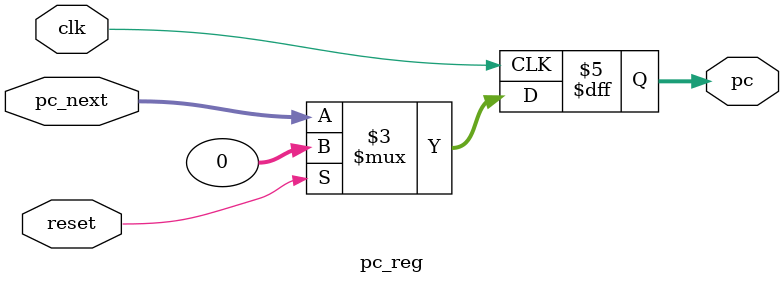
<source format=sv>
module pc_reg (
    input logic clk, reset,
    input logic [31:0] pc_next,
    output logic [31:0] pc
);
    always_ff @(posedge clk) begin
        if (reset) pc <= 0;
        else pc <= pc_next;
    end
    
endmodule

</source>
